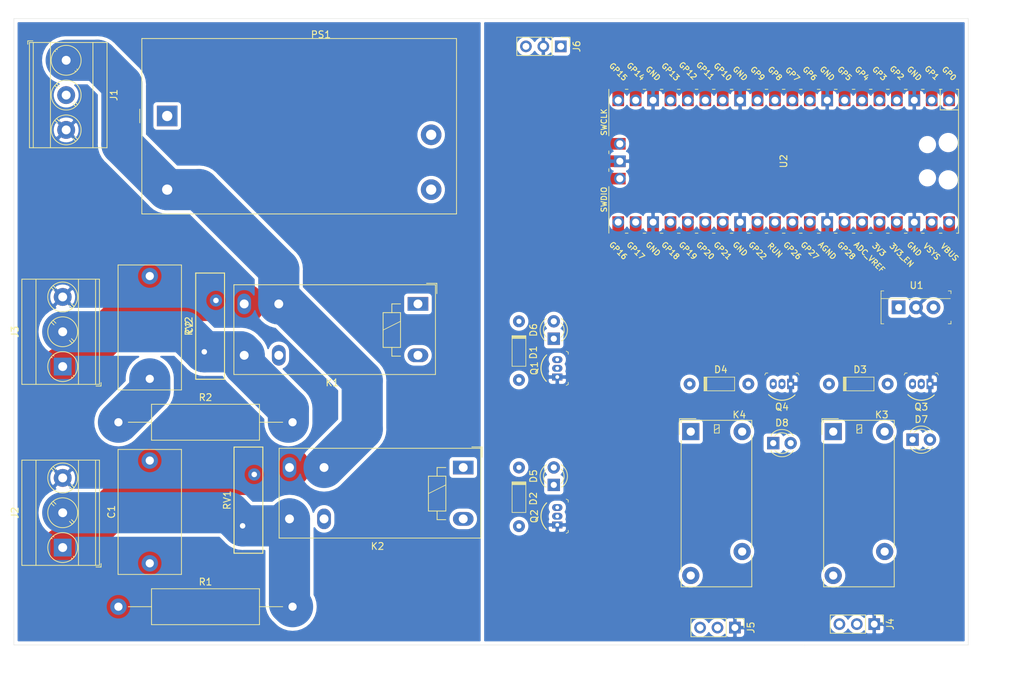
<source format=kicad_pcb>
(kicad_pcb (version 20171130) (host pcbnew "(5.1.10)-1")
  (layers (0 F.Cu signal) (31 B.Cu signal) (34 B.Paste user) (35 F.Paste user) (36 B.SilkS user) (37 F.SilkS user) (38 B.Mask user) (39 F.Mask user) (44 Edge.Cuts user))
  (net 0 "")
  (net 1 "Net-(D1-PadA)")
  (net 2 +12V)
  (net 3 "Net-(D2-PadA)")
  (net 4 "Net-(D3-PadA)")
  (net 5 "Net-(D4-PadA)")
  (net 6 "Net-(C2-Pad1)")
  (net 7 NEUTRAL)
  (net 8 "Net-(J3-Pad2)")
  (net 9 LIVE)
  (net 10 "Net-(C1-Pad1)")
  (net 11 "Net-(J2-Pad2)")
  (net 12 "Net-(J4-Pad2)")
  (net 13 "Net-(J5-Pad2)")
  (net 14 GND)
  (net 15 HEAT)
  (net 16 COOL)
  (net 17 FAN1)
  (net 18 FAN2)
  (net 19 +5V)
  (net 20 "Net-(C1-Pad2)")
  (net 21 "Net-(C2-Pad2)")
  (net 22 "Net-(D8-Pad1)")
  (net 23 "Net-(J6-Pad3)")
  (net 24 "Net-(J6-Pad1)")
  (net 25 Earth)
  (net 26 "Net-(J4-Pad3)")
  (net 27 "Net-(J5-Pad3)")
  (net 28 "Net-(U2-Pad21)")
  (net 29 "Net-(U2-Pad22)")
  (net 30 "Net-(U2-Pad25)")
  (net 31 "Net-(U2-Pad26)")
  (net 32 "Net-(U2-Pad27)")
  (net 33 "Net-(U2-Pad30)")
  (net 34 "Net-(U2-Pad31)")
  (net 35 "Net-(U2-Pad32)")
  (net 36 "Net-(U2-Pad34)")
  (net 37 "Net-(U2-Pad35)")
  (net 38 "Net-(U2-Pad36)")
  (net 39 "Net-(U2-Pad37)")
  (net 40 "Net-(U2-Pad40)")
  (net 41 "Net-(U2-Pad20)")
  (net 42 "Net-(U2-Pad19)")
  (net 43 "Net-(U2-Pad16)")
  (net 44 "Net-(U2-Pad15)")
  (net 45 "Net-(U2-Pad14)")
  (net 46 "Net-(U2-Pad11)")
  (net 47 "Net-(U2-Pad10)")
  (net 48 "Net-(U2-Pad9)")
  (net 49 "Net-(U2-Pad7)")
  (net 50 "Net-(U2-Pad6)")
  (net 51 "Net-(U2-Pad5)")
  (net 52 "Net-(U2-Pad4)")
  (net 53 "Net-(U2-Pad2)")
  (net 54 "Net-(U2-Pad1)")
  (module Relay_THT:Relay_DPST_Schrack-RT2-FormA_RM5mm (layer F.Cu) (at 109.728 148.336 180)
    (fp_text reference K1 (at 12.5 -11.5) (layer F.SilkS))
    (fp_text value RT44xxxx)
    (pad 14 thru_hole oval (at 25.34 0) (size 2 3) (drill 1.3) (layers *.Cu *.Mask) (net 6 "Net-(C2-Pad1)"))
    (pad 21 thru_hole oval (at 20.3 -7.5) (size 2 3) (drill 1.3) (layers *.Cu *.Mask) (net 7 NEUTRAL))
    (pad 24 thru_hole oval (at 25.34 -7.5) (size 2 3) (drill 1.3) (layers *.Cu *.Mask) (net 8 "Net-(J3-Pad2)"))
    (pad 11 thru_hole oval (at 20.3 0) (size 2 3) (drill 1.3) (layers *.Cu *.Mask) (net 9 LIVE))
    (pad A2 thru_hole oval (at 0 -7.5) (size 3 2) (drill 1.3) (layers *.Cu *.Mask) (net 1 "Net-(D1-PadA)"))
    (pad A1 thru_hole rect (at 0 0) (size 3 2) (drill 1.3) (layers *.Cu *.Mask) (net 2 +12V))
  )
  (module Varistor:RV_Disc_D15.5mm_W4.2mm_P7.5mm (layer F.Cu) (at 80.264 147.828 270)
    (fp_text reference RV2 (at 3.75 3.95 90) (layer F.SilkS))
    (fp_text value Varistor)
    (pad 2 thru_hole circle (at 7.5 1.7 270) (size 1.8 1.8) (drill 0.8) (layers *.Cu *.Mask) (net 8 "Net-(J3-Pad2)"))
    (pad 1 thru_hole circle (at 0 0 270) (size 1.8 1.8) (drill 0.8) (layers *.Cu *.Mask) (net 6 "Net-(C2-Pad1)"))
  )
  (module Varistor:RV_Disc_D15.5mm_W4.2mm_P7.5mm (layer F.Cu) (at 85.852 173.228 270)
    (fp_text reference RV1 (at 3.75 3.95 90) (layer F.SilkS))
    (fp_text value Varistor)
    (pad 2 thru_hole circle (at 7.5 1.7 270) (size 1.8 1.8) (drill 0.8) (layers *.Cu *.Mask) (net 11 "Net-(J2-Pad2)"))
    (pad 1 thru_hole circle (at 0 0 270) (size 1.8 1.8) (drill 0.8) (layers *.Cu *.Mask) (net 10 "Net-(C1-Pad1)"))
  )
  (module MCU_RaspberryPi_and_Boards:RPi_Pico_SMD_TH (layer F.Cu) (at 163.068 127.508 270)
    (fp_text reference U2 (at 0 0 90) (layer F.SilkS))
    (fp_text value Pico)
    (fp_text user SWDIO (at 5.6 26.2 90) (layer F.SilkS) (effects (font (size 0.8 0.8))))
    (fp_text user SWCLK (at -5.7 26.2 90) (layer F.SilkS) (effects (font (size 0.8 0.8))))
    (fp_text user AGND (at 13.054 -6.35 135) (layer F.SilkS) (effects (font (size 0.8 0.8))))
    (fp_text user GND (at 12.8 -19.05 135) (layer F.SilkS) (effects (font (size 0.8 0.8))))
    (fp_text user GND (at 12.8 6.35 135) (layer F.SilkS) (effects (font (size 0.8 0.8))))
    (fp_text user GND (at 12.8 19.05 135) (layer F.SilkS) (effects (font (size 0.8 0.8))))
    (fp_text user GND (at -12.8 19.05 135) (layer F.SilkS) (effects (font (size 0.8 0.8))))
    (fp_text user GND (at -12.8 6.35 135) (layer F.SilkS) (effects (font (size 0.8 0.8))))
    (fp_text user GND (at -12.8 -6.35 135) (layer F.SilkS) (effects (font (size 0.8 0.8))))
    (fp_text user GND (at -12.8 -19.05 135) (layer F.SilkS) (effects (font (size 0.8 0.8))))
    (fp_text user VBUS (at 13.3 -24.2 135) (layer F.SilkS) (effects (font (size 0.8 0.8))))
    (fp_text user VSYS (at 13.2 -21.59 135) (layer F.SilkS) (effects (font (size 0.8 0.8))))
    (fp_text user 3V3_EN (at 13.7 -17.2 135) (layer F.SilkS) (effects (font (size 0.8 0.8))))
    (fp_text user 3V3 (at 12.9 -13.9 135) (layer F.SilkS) (effects (font (size 0.8 0.8))))
    (fp_text user ADC_VREF (at 14 -12.5 135) (layer F.SilkS) (effects (font (size 0.8 0.8))))
    (fp_text user GP28 (at 13.054 -9.144 135) (layer F.SilkS) (effects (font (size 0.8 0.8))))
    (fp_text user GP27 (at 13.054 -3.8 135) (layer F.SilkS) (effects (font (size 0.8 0.8))))
    (fp_text user GP26 (at 13.054 -1.27 135) (layer F.SilkS) (effects (font (size 0.8 0.8))))
    (fp_text user RUN (at 13 1.27 135) (layer F.SilkS) (effects (font (size 0.8 0.8))))
    (fp_text user GP22 (at 13.054 3.81 135) (layer F.SilkS) (effects (font (size 0.8 0.8))))
    (fp_text user GP21 (at 13.054 8.9 135) (layer F.SilkS) (effects (font (size 0.8 0.8))))
    (fp_text user GP20 (at 13.054 11.43 135) (layer F.SilkS) (effects (font (size 0.8 0.8))))
    (fp_text user GP19 (at 13.054 13.97 135) (layer F.SilkS) (effects (font (size 0.8 0.8))))
    (fp_text user GP18 (at 13.054 16.51 135) (layer F.SilkS) (effects (font (size 0.8 0.8))))
    (fp_text user GP17 (at 13.054 21.59 135) (layer F.SilkS) (effects (font (size 0.8 0.8))))
    (fp_text user GP16 (at 13.054 24.13 135) (layer F.SilkS) (effects (font (size 0.8 0.8))))
    (fp_text user GP15 (at -13.054 24.13 135) (layer F.SilkS) (effects (font (size 0.8 0.8))))
    (fp_text user GP14 (at -13.1 21.59 135) (layer F.SilkS) (effects (font (size 0.8 0.8))))
    (fp_text user GP13 (at -13.054 16.51 135) (layer F.SilkS) (effects (font (size 0.8 0.8))))
    (fp_text user GP12 (at -13.2 13.97 135) (layer F.SilkS) (effects (font (size 0.8 0.8))))
    (fp_text user GP11 (at -13.2 11.43 135) (layer F.SilkS) (effects (font (size 0.8 0.8))))
    (fp_text user GP10 (at -13.054 8.89 135) (layer F.SilkS) (effects (font (size 0.8 0.8))))
    (fp_text user GP9 (at -12.8 3.81 135) (layer F.SilkS) (effects (font (size 0.8 0.8))))
    (fp_text user GP8 (at -12.8 1.27 135) (layer F.SilkS) (effects (font (size 0.8 0.8))))
    (fp_text user GP7 (at -12.7 -1.3 135) (layer F.SilkS) (effects (font (size 0.8 0.8))))
    (fp_text user GP6 (at -12.8 -3.81 135) (layer F.SilkS) (effects (font (size 0.8 0.8))))
    (fp_text user GP5 (at -12.8 -8.89 135) (layer F.SilkS) (effects (font (size 0.8 0.8))))
    (fp_text user GP4 (at -12.8 -11.43 135) (layer F.SilkS) (effects (font (size 0.8 0.8))))
    (fp_text user GP3 (at -12.8 -13.97 135) (layer F.SilkS) (effects (font (size 0.8 0.8))))
    (fp_text user GP0 (at -12.8 -24.13 135) (layer F.SilkS) (effects (font (size 0.8 0.8))))
    (fp_text user GP2 (at -12.9 -16.51 135) (layer F.SilkS) (effects (font (size 0.8 0.8))))
    (fp_text user GP1 (at -12.9 -21.6 135) (layer F.SilkS) (effects (font (size 0.8 0.8))))
    (pad 43 thru_hole oval (at 2.54 23.9 270) (size 1.7 1.7) (drill 1.02) (layers *.Cu *.Mask) (net 24 "Net-(J6-Pad1)"))
    (pad 43 smd rect (at 2.54 23.9) (size 3.5 1.7) (drill (offset -0.9 0)) (layers F.Cu F.Mask) (net 24 "Net-(J6-Pad1)"))
    (pad 42 thru_hole rect (at 0 23.9 270) (size 1.7 1.7) (drill 1.02) (layers *.Cu *.Mask) (net 14 GND))
    (pad 42 smd rect (at 0 23.9) (size 3.5 1.7) (drill (offset -0.9 0)) (layers F.Cu F.Mask) (net 14 GND))
    (pad 41 thru_hole oval (at -2.54 23.9 270) (size 1.7 1.7) (drill 1.02) (layers *.Cu *.Mask) (net 23 "Net-(J6-Pad3)"))
    (pad 41 smd rect (at -2.54 23.9) (size 3.5 1.7) (drill (offset -0.9 0)) (layers F.Cu F.Mask) (net 23 "Net-(J6-Pad3)"))
    (pad "" np_thru_hole oval (at 2.425 -20.97 270) (size 1.5 1.5) (drill 1.5) (layers *.Cu *.Mask))
    (pad "" np_thru_hole oval (at -2.425 -20.97 270) (size 1.5 1.5) (drill 1.5) (layers *.Cu *.Mask))
    (pad "" np_thru_hole oval (at 2.725 -24 270) (size 1.8 1.8) (drill 1.8) (layers *.Cu *.Mask))
    (pad "" np_thru_hole oval (at -2.725 -24 270) (size 1.8 1.8) (drill 1.8) (layers *.Cu *.Mask))
    (pad 21 smd rect (at 8.89 24.13 270) (size 3.5 1.7) (drill (offset 0.9 0)) (layers F.Cu F.Mask) (net 28 "Net-(U2-Pad21)"))
    (pad 22 smd rect (at 8.89 21.59 270) (size 3.5 1.7) (drill (offset 0.9 0)) (layers F.Cu F.Mask) (net 29 "Net-(U2-Pad22)"))
    (pad 23 smd rect (at 8.89 19.05 270) (size 3.5 1.7) (drill (offset 0.9 0)) (layers F.Cu F.Mask) (net 14 GND))
    (pad 24 smd rect (at 8.89 16.51 270) (size 3.5 1.7) (drill (offset 0.9 0)) (layers F.Cu F.Mask) (net 16 COOL))
    (pad 25 smd rect (at 8.89 13.97 270) (size 3.5 1.7) (drill (offset 0.9 0)) (layers F.Cu F.Mask) (net 30 "Net-(U2-Pad25)"))
    (pad 26 smd rect (at 8.89 11.43 270) (size 3.5 1.7) (drill (offset 0.9 0)) (layers F.Cu F.Mask) (net 31 "Net-(U2-Pad26)"))
    (pad 27 smd rect (at 8.89 8.89 270) (size 3.5 1.7) (drill (offset 0.9 0)) (layers F.Cu F.Mask) (net 32 "Net-(U2-Pad27)"))
    (pad 28 smd rect (at 8.89 6.35 270) (size 3.5 1.7) (drill (offset 0.9 0)) (layers F.Cu F.Mask) (net 14 GND))
    (pad 29 smd rect (at 8.89 3.81 270) (size 3.5 1.7) (drill (offset 0.9 0)) (layers F.Cu F.Mask) (net 15 HEAT))
    (pad 30 smd rect (at 8.89 1.27 270) (size 3.5 1.7) (drill (offset 0.9 0)) (layers F.Cu F.Mask) (net 33 "Net-(U2-Pad30)"))
    (pad 31 smd rect (at 8.89 -1.27 270) (size 3.5 1.7) (drill (offset 0.9 0)) (layers F.Cu F.Mask) (net 34 "Net-(U2-Pad31)"))
    (pad 32 smd rect (at 8.89 -3.81 270) (size 3.5 1.7) (drill (offset 0.9 0)) (layers F.Cu F.Mask) (net 35 "Net-(U2-Pad32)"))
    (pad 33 smd rect (at 8.89 -6.35 270) (size 3.5 1.7) (drill (offset 0.9 0)) (layers F.Cu F.Mask) (net 14 GND))
    (pad 34 smd rect (at 8.89 -8.89 270) (size 3.5 1.7) (drill (offset 0.9 0)) (layers F.Cu F.Mask) (net 36 "Net-(U2-Pad34)"))
    (pad 35 smd rect (at 8.89 -11.43 270) (size 3.5 1.7) (drill (offset 0.9 0)) (layers F.Cu F.Mask) (net 37 "Net-(U2-Pad35)"))
    (pad 36 smd rect (at 8.89 -13.97 270) (size 3.5 1.7) (drill (offset 0.9 0)) (layers F.Cu F.Mask) (net 38 "Net-(U2-Pad36)"))
    (pad 37 smd rect (at 8.89 -16.51 270) (size 3.5 1.7) (drill (offset 0.9 0)) (layers F.Cu F.Mask) (net 39 "Net-(U2-Pad37)"))
    (pad 38 smd rect (at 8.89 -19.05 270) (size 3.5 1.7) (drill (offset 0.9 0)) (layers F.Cu F.Mask) (net 14 GND))
    (pad 39 smd rect (at 8.89 -21.59 270) (size 3.5 1.7) (drill (offset 0.9 0)) (layers F.Cu F.Mask) (net 19 +5V))
    (pad 40 smd rect (at 8.89 -24.13 270) (size 3.5 1.7) (drill (offset 0.9 0)) (layers F.Cu F.Mask) (net 40 "Net-(U2-Pad40)"))
    (pad 20 smd rect (at -8.89 24.13 270) (size 3.5 1.7) (drill (offset -0.9 0)) (layers F.Cu F.Mask) (net 41 "Net-(U2-Pad20)"))
    (pad 19 smd rect (at -8.89 21.59 270) (size 3.5 1.7) (drill (offset -0.9 0)) (layers F.Cu F.Mask) (net 42 "Net-(U2-Pad19)"))
    (pad 18 smd rect (at -8.89 19.05 270) (size 3.5 1.7) (drill (offset -0.9 0)) (layers F.Cu F.Mask) (net 14 GND))
    (pad 17 smd rect (at -8.89 16.51 270) (size 3.5 1.7) (drill (offset -0.9 0)) (layers F.Cu F.Mask) (net 17 FAN1))
    (pad 16 smd rect (at -8.89 13.97 270) (size 3.5 1.7) (drill (offset -0.9 0)) (layers F.Cu F.Mask) (net 43 "Net-(U2-Pad16)"))
    (pad 15 smd rect (at -8.89 11.43 270) (size 3.5 1.7) (drill (offset -0.9 0)) (layers F.Cu F.Mask) (net 44 "Net-(U2-Pad15)"))
    (pad 14 smd rect (at -8.89 8.89 270) (size 3.5 1.7) (drill (offset -0.9 0)) (layers F.Cu F.Mask) (net 45 "Net-(U2-Pad14)"))
    (pad 13 smd rect (at -8.89 6.35 270) (size 3.5 1.7) (drill (offset -0.9 0)) (layers F.Cu F.Mask) (net 14 GND))
    (pad 12 smd rect (at -8.89 3.81 270) (size 3.5 1.7) (drill (offset -0.9 0)) (layers F.Cu F.Mask) (net 18 FAN2))
    (pad 11 smd rect (at -8.89 1.27 270) (size 3.5 1.7) (drill (offset -0.9 0)) (layers F.Cu F.Mask) (net 46 "Net-(U2-Pad11)"))
    (pad 10 smd rect (at -8.89 -1.27 270) (size 3.5 1.7) (drill (offset -0.9 0)) (layers F.Cu F.Mask) (net 47 "Net-(U2-Pad10)"))
    (pad 9 smd rect (at -8.89 -3.81 270) (size 3.5 1.7) (drill (offset -0.9 0)) (layers F.Cu F.Mask) (net 48 "Net-(U2-Pad9)"))
    (pad 8 smd rect (at -8.89 -6.35 270) (size 3.5 1.7) (drill (offset -0.9 0)) (layers F.Cu F.Mask) (net 14 GND))
    (pad 7 smd rect (at -8.89 -8.89 270) (size 3.5 1.7) (drill (offset -0.9 0)) (layers F.Cu F.Mask) (net 49 "Net-(U2-Pad7)"))
    (pad 6 smd rect (at -8.89 -11.43 270) (size 3.5 1.7) (drill (offset -0.9 0)) (layers F.Cu F.Mask) (net 50 "Net-(U2-Pad6)"))
    (pad 5 smd rect (at -8.89 -13.97 270) (size 3.5 1.7) (drill (offset -0.9 0)) (layers F.Cu F.Mask) (net 51 "Net-(U2-Pad5)"))
    (pad 4 smd rect (at -8.89 -16.51 270) (size 3.5 1.7) (drill (offset -0.9 0)) (layers F.Cu F.Mask) (net 52 "Net-(U2-Pad4)"))
    (pad 3 smd rect (at -8.89 -19.05 270) (size 3.5 1.7) (drill (offset -0.9 0)) (layers F.Cu F.Mask) (net 14 GND))
    (pad 2 smd rect (at -8.89 -21.59 270) (size 3.5 1.7) (drill (offset -0.9 0)) (layers F.Cu F.Mask) (net 53 "Net-(U2-Pad2)"))
    (pad 1 smd rect (at -8.89 -24.13 270) (size 3.5 1.7) (drill (offset -0.9 0)) (layers F.Cu F.Mask) (net 54 "Net-(U2-Pad1)"))
    (pad 40 thru_hole oval (at 8.89 -24.13 270) (size 1.7 1.7) (drill 1.02) (layers *.Cu *.Mask) (net 40 "Net-(U2-Pad40)"))
    (pad 39 thru_hole oval (at 8.89 -21.59 270) (size 1.7 1.7) (drill 1.02) (layers *.Cu *.Mask) (net 19 +5V))
    (pad 38 thru_hole rect (at 8.89 -19.05 270) (size 1.7 1.7) (drill 1.02) (layers *.Cu *.Mask) (net 14 GND))
    (pad 37 thru_hole oval (at 8.89 -16.51 270) (size 1.7 1.7) (drill 1.02) (layers *.Cu *.Mask) (net 39 "Net-(U2-Pad37)"))
    (pad 36 thru_hole oval (at 8.89 -13.97 270) (size 1.7 1.7) (drill 1.02) (layers *.Cu *.Mask) (net 38 "Net-(U2-Pad36)"))
    (pad 35 thru_hole oval (at 8.89 -11.43 270) (size 1.7 1.7) (drill 1.02) (layers *.Cu *.Mask) (net 37 "Net-(U2-Pad35)"))
    (pad 34 thru_hole oval (at 8.89 -8.89 270) (size 1.7 1.7) (drill 1.02) (layers *.Cu *.Mask) (net 36 "Net-(U2-Pad34)"))
    (pad 33 thru_hole rect (at 8.89 -6.35 270) (size 1.7 1.7) (drill 1.02) (layers *.Cu *.Mask) (net 14 GND))
    (pad 32 thru_hole oval (at 8.89 -3.81 270) (size 1.7 1.7) (drill 1.02) (layers *.Cu *.Mask) (net 35 "Net-(U2-Pad32)"))
    (pad 31 thru_hole oval (at 8.89 -1.27 270) (size 1.7 1.7) (drill 1.02) (layers *.Cu *.Mask) (net 34 "Net-(U2-Pad31)"))
    (pad 30 thru_hole oval (at 8.89 1.27 270) (size 1.7 1.7) (drill 1.02) (layers *.Cu *.Mask) (net 33 "Net-(U2-Pad30)"))
    (pad 29 thru_hole oval (at 8.89 3.81 270) (size 1.7 1.7) (drill 1.02) (layers *.Cu *.Mask) (net 15 HEAT))
    (pad 28 thru_hole rect (at 8.89 6.35 270) (size 1.7 1.7) (drill 1.02) (layers *.Cu *.Mask) (net 14 GND))
    (pad 27 thru_hole oval (at 8.89 8.89 270) (size 1.7 1.7) (drill 1.02) (layers *.Cu *.Mask) (net 32 "Net-(U2-Pad27)"))
    (pad 26 thru_hole oval (at 8.89 11.43 270) (size 1.7 1.7) (drill 1.02) (layers *.Cu *.Mask) (net 31 "Net-(U2-Pad26)"))
    (pad 25 thru_hole oval (at 8.89 13.97 270) (size 1.7 1.7) (drill 1.02) (layers *.Cu *.Mask) (net 30 "Net-(U2-Pad25)"))
    (pad 24 thru_hole oval (at 8.89 16.51 270) (size 1.7 1.7) (drill 1.02) (layers *.Cu *.Mask) (net 16 COOL))
    (pad 23 thru_hole rect (at 8.89 19.05 270) (size 1.7 1.7) (drill 1.02) (layers *.Cu *.Mask) (net 14 GND))
    (pad 22 thru_hole oval (at 8.89 21.59 270) (size 1.7 1.7) (drill 1.02) (layers *.Cu *.Mask) (net 29 "Net-(U2-Pad22)"))
    (pad 21 thru_hole oval (at 8.89 24.13 270) (size 1.7 1.7) (drill 1.02) (layers *.Cu *.Mask) (net 28 "Net-(U2-Pad21)"))
    (pad 20 thru_hole oval (at -8.89 24.13 270) (size 1.7 1.7) (drill 1.02) (layers *.Cu *.Mask) (net 41 "Net-(U2-Pad20)"))
    (pad 19 thru_hole oval (at -8.89 21.59 270) (size 1.7 1.7) (drill 1.02) (layers *.Cu *.Mask) (net 42 "Net-(U2-Pad19)"))
    (pad 18 thru_hole rect (at -8.89 19.05 270) (size 1.7 1.7) (drill 1.02) (layers *.Cu *.Mask) (net 14 GND))
    (pad 17 thru_hole oval (at -8.89 16.51 270) (size 1.7 1.7) (drill 1.02) (layers *.Cu *.Mask) (net 17 FAN1))
    (pad 16 thru_hole oval (at -8.89 13.97 270) (size 1.7 1.7) (drill 1.02) (layers *.Cu *.Mask) (net 43 "Net-(U2-Pad16)"))
    (pad 15 thru_hole oval (at -8.89 11.43 270) (size 1.7 1.7) (drill 1.02) (layers *.Cu *.Mask) (net 44 "Net-(U2-Pad15)"))
    (pad 14 thru_hole oval (at -8.89 8.89 270) (size 1.7 1.7) (drill 1.02) (layers *.Cu *.Mask) (net 45 "Net-(U2-Pad14)"))
    (pad 13 thru_hole rect (at -8.89 6.35 270) (size 1.7 1.7) (drill 1.02) (layers *.Cu *.Mask) (net 14 GND))
    (pad 12 thru_hole oval (at -8.89 3.81 270) (size 1.7 1.7) (drill 1.02) (layers *.Cu *.Mask) (net 18 FAN2))
    (pad 11 thru_hole oval (at -8.89 1.27 270) (size 1.7 1.7) (drill 1.02) (layers *.Cu *.Mask) (net 46 "Net-(U2-Pad11)"))
    (pad 10 thru_hole oval (at -8.89 -1.27 270) (size 1.7 1.7) (drill 1.02) (layers *.Cu *.Mask) (net 47 "Net-(U2-Pad10)"))
    (pad 9 thru_hole oval (at -8.89 -3.81 270) (size 1.7 1.7) (drill 1.02) (layers *.Cu *.Mask) (net 48 "Net-(U2-Pad9)"))
    (pad 8 thru_hole rect (at -8.89 -6.35 270) (size 1.7 1.7) (drill 1.02) (layers *.Cu *.Mask) (net 14 GND))
    (pad 7 thru_hole oval (at -8.89 -8.89 270) (size 1.7 1.7) (drill 1.02) (layers *.Cu *.Mask) (net 49 "Net-(U2-Pad7)"))
    (pad 6 thru_hole oval (at -8.89 -11.43 270) (size 1.7 1.7) (drill 1.02) (layers *.Cu *.Mask) (net 50 "Net-(U2-Pad6)"))
    (pad 5 thru_hole oval (at -8.89 -13.97 270) (size 1.7 1.7) (drill 1.02) (layers *.Cu *.Mask) (net 51 "Net-(U2-Pad5)"))
    (pad 4 thru_hole oval (at -8.89 -16.51 270) (size 1.7 1.7) (drill 1.02) (layers *.Cu *.Mask) (net 52 "Net-(U2-Pad4)"))
    (pad 3 thru_hole rect (at -8.89 -19.05 270) (size 1.7 1.7) (drill 1.02) (layers *.Cu *.Mask) (net 14 GND))
    (pad 2 thru_hole oval (at -8.89 -21.59 270) (size 1.7 1.7) (drill 1.02) (layers *.Cu *.Mask) (net 53 "Net-(U2-Pad2)"))
    (pad 1 thru_hole oval (at -8.89 -24.13 270) (size 1.7 1.7) (drill 1.02) (layers *.Cu *.Mask) (net 54 "Net-(U2-Pad1)"))
  )
  (module Connector_PinHeader_2.54mm:PinHeader_1x03_P2.54mm_Vertical (layer F.Cu) (at 155.956 195.58 270)
    (fp_text reference J5 (at 0 -2.33 90) (layer F.SilkS))
    (fp_text value Conn_01x03_Male)
    (pad 3 thru_hole oval (at 0 5.08 270) (size 1.7 1.7) (drill 1) (layers *.Cu *.Mask) (net 27 "Net-(J5-Pad3)"))
    (pad 2 thru_hole oval (at 0 2.54 270) (size 1.7 1.7) (drill 1) (layers *.Cu *.Mask) (net 13 "Net-(J5-Pad2)"))
    (pad 1 thru_hole rect (at 0 0 270) (size 1.7 1.7) (drill 1) (layers *.Cu *.Mask) (net 14 GND))
  )
  (module Connector_PinHeader_2.54mm:PinHeader_1x03_P2.54mm_Vertical (layer F.Cu) (at 176.276 195.072 270)
    (fp_text reference J4 (at 0 -2.33 90) (layer F.SilkS))
    (fp_text value Conn_01x03_Male)
    (pad 3 thru_hole oval (at 0 5.08 270) (size 1.7 1.7) (drill 1) (layers *.Cu *.Mask) (net 26 "Net-(J4-Pad3)"))
    (pad 2 thru_hole oval (at 0 2.54 270) (size 1.7 1.7) (drill 1) (layers *.Cu *.Mask) (net 12 "Net-(J4-Pad2)"))
    (pad 1 thru_hole rect (at 0 0 270) (size 1.7 1.7) (drill 1) (layers *.Cu *.Mask) (net 14 GND))
  )
  (module TerminalBlock_Phoenix:TerminalBlock_Phoenix_MKDS-3-3-5.08_1x03_P5.08mm_Horizontal (layer F.Cu) (at 57.912 157.48 90)
    (fp_text reference J3 (at 5.08 -6.96 90) (layer F.SilkS))
    (fp_text value Conn_01x03_Male)
    (pad 3 thru_hole circle (at 10.16 0 90) (size 2.6 2.6) (drill 1.3) (layers *.Cu *.Mask) (net 25 Earth))
    (pad 2 thru_hole circle (at 5.08 0 90) (size 2.6 2.6) (drill 1.3) (layers *.Cu *.Mask) (net 8 "Net-(J3-Pad2)"))
    (pad 1 thru_hole rect (at 0 0 90) (size 2.6 2.6) (drill 1.3) (layers *.Cu *.Mask) (net 6 "Net-(C2-Pad1)"))
  )
  (module TerminalBlock_Phoenix:TerminalBlock_Phoenix_MKDS-3-3-5.08_1x03_P5.08mm_Horizontal (layer F.Cu) (at 57.912 183.896 90)
    (fp_text reference J2 (at 5.08 -6.96 90) (layer F.SilkS))
    (fp_text value Conn_01x03_Male)
    (pad 3 thru_hole circle (at 10.16 0 90) (size 2.6 2.6) (drill 1.3) (layers *.Cu *.Mask) (net 25 Earth))
    (pad 2 thru_hole circle (at 5.08 0 90) (size 2.6 2.6) (drill 1.3) (layers *.Cu *.Mask) (net 11 "Net-(J2-Pad2)"))
    (pad 1 thru_hole rect (at 0 0 90) (size 2.6 2.6) (drill 1.3) (layers *.Cu *.Mask) (net 10 "Net-(C1-Pad1)"))
  )
  (module TerminalBlock_Phoenix:TerminalBlock_Phoenix_MKDS-3-3-5.08_1x03_P5.08mm_Horizontal (layer F.Cu) (at 58.42 112.776 270)
    (fp_text reference J1 (at 5.08 -6.96 90) (layer F.SilkS))
    (fp_text value Conn_01x03_Male)
    (pad 3 thru_hole circle (at 10.16 0 270) (size 2.6 2.6) (drill 1.3) (layers *.Cu *.Mask) (net 25 Earth))
    (pad 2 thru_hole circle (at 5.08 0 270) (size 2.6 2.6) (drill 1.3) (layers *.Cu *.Mask) (net 7 NEUTRAL))
    (pad 1 thru_hole rect (at 0 0 270) (size 2.6 2.6) (drill 1.3) (layers *.Cu *.Mask) (net 9 LIVE))
  )
  (module Resistor_THT:R_Axial_DIN0516_L15.5mm_D5.0mm_P25.40mm_Horizontal (layer F.Cu) (at 66.04 165.608)
    (fp_text reference R2 (at 12.7 -3.62) (layer F.SilkS))
    (fp_text value R)
    (pad 2 thru_hole oval (at 25.4 0) (size 2.4 2.4) (drill 1.2) (layers *.Cu *.Mask) (net 8 "Net-(J3-Pad2)"))
    (pad 1 thru_hole circle (at 0 0) (size 2.4 2.4) (drill 1.2) (layers *.Cu *.Mask) (net 21 "Net-(C2-Pad2)"))
  )
  (module Resistor_THT:R_Axial_DIN0516_L15.5mm_D5.0mm_P25.40mm_Horizontal (layer F.Cu) (at 66.04 192.532)
    (fp_text reference R1 (at 12.7 -3.62) (layer F.SilkS))
    (fp_text value R)
    (pad 2 thru_hole oval (at 25.4 0) (size 2.4 2.4) (drill 1.2) (layers *.Cu *.Mask) (net 11 "Net-(J2-Pad2)"))
    (pad 1 thru_hole circle (at 0 0) (size 2.4 2.4) (drill 1.2) (layers *.Cu *.Mask) (net 20 "Net-(C1-Pad2)"))
  )
  (module Connector_PinHeader_2.54mm:PinHeader_1x03_P2.54mm_Vertical (layer F.Cu) (at 130.556 110.744 270)
    (fp_text reference J6 (at 0 -2.33 90) (layer F.SilkS))
    (fp_text value Conn_01x03_Male)
    (pad 3 thru_hole oval (at 0 5.08 270) (size 1.7 1.7) (drill 1) (layers *.Cu *.Mask) (net 23 "Net-(J6-Pad3)"))
    (pad 2 thru_hole oval (at 0 2.54 270) (size 1.7 1.7) (drill 1) (layers *.Cu *.Mask) (net 14 GND))
    (pad 1 thru_hole rect (at 0 0 270) (size 1.7 1.7) (drill 1) (layers *.Cu *.Mask) (net 24 "Net-(J6-Pad1)"))
  )
  (module LED_THT:LED_D3.0mm (layer F.Cu) (at 161.544 168.656)
    (fp_text reference D8 (at 1.27 -2.96) (layer F.SilkS))
    (fp_text value LED)
    (pad 2 thru_hole circle (at 2.54 0) (size 1.8 1.8) (drill 0.9) (layers *.Cu *.Mask) (net 2 +12V))
    (pad 1 thru_hole rect (at 0 0) (size 1.8 1.8) (drill 0.9) (layers *.Cu *.Mask) (net 22 "Net-(D8-Pad1)"))
  )
  (module LED_THT:LED_D3.0mm (layer F.Cu) (at 181.864 168.148)
    (fp_text reference D7 (at 1.27 -2.96) (layer F.SilkS))
    (fp_text value LED)
    (pad 2 thru_hole circle (at 2.54 0) (size 1.8 1.8) (drill 0.9) (layers *.Cu *.Mask) (net 2 +12V))
    (pad 1 thru_hole rect (at 0 0) (size 1.8 1.8) (drill 0.9) (layers *.Cu *.Mask) (net 4 "Net-(D3-PadA)"))
  )
  (module LED_THT:LED_D3.0mm (layer F.Cu) (at 129.54 153.416 90)
    (fp_text reference D6 (at 1.27 -2.96 90) (layer F.SilkS))
    (fp_text value LED)
    (pad 2 thru_hole circle (at 2.54 0 90) (size 1.8 1.8) (drill 0.9) (layers *.Cu *.Mask) (net 2 +12V))
    (pad 1 thru_hole rect (at 0 0 90) (size 1.8 1.8) (drill 0.9) (layers *.Cu *.Mask) (net 1 "Net-(D1-PadA)"))
  )
  (module LED_THT:LED_D3.0mm (layer F.Cu) (at 129.54 174.752 90)
    (fp_text reference D5 (at 1.27 -2.96 90) (layer F.SilkS))
    (fp_text value LED)
    (pad 2 thru_hole circle (at 2.54 0 90) (size 1.8 1.8) (drill 0.9) (layers *.Cu *.Mask) (net 2 +12V))
    (pad 1 thru_hole rect (at 0 0 90) (size 1.8 1.8) (drill 0.9) (layers *.Cu *.Mask) (net 3 "Net-(D2-PadA)"))
  )
  (module Capacitor_THT:C_Rect_L18.0mm_W9.0mm_P15.00mm_FKS3_FKP3 (layer F.Cu) (at 70.612 144.272 270)
    (fp_text reference C2 (at 7.5 -5.75 90) (layer F.SilkS))
    (fp_text value C)
    (pad 2 thru_hole circle (at 15 0 270) (size 2.4 2.4) (drill 1.2) (layers *.Cu *.Mask) (net 21 "Net-(C2-Pad2)"))
    (pad 1 thru_hole circle (at 0 0 270) (size 2.4 2.4) (drill 1.2) (layers *.Cu *.Mask) (net 6 "Net-(C2-Pad1)"))
  )
  (module Capacitor_THT:C_Rect_L18.0mm_W9.0mm_P15.00mm_FKS3_FKP3 (layer F.Cu) (at 70.612 171.196 270)
    (fp_text reference C1 (at 7.5 5.588 90) (layer F.SilkS))
    (fp_text value C)
    (pad 2 thru_hole circle (at 15 0 270) (size 2.4 2.4) (drill 1.2) (layers *.Cu *.Mask) (net 20 "Net-(C1-Pad2)"))
    (pad 1 thru_hole circle (at 0 0 270) (size 2.4 2.4) (drill 1.2) (layers *.Cu *.Mask) (net 10 "Net-(C1-Pad1)"))
  )
  (module digikey-footprints:TO-220-3 (layer F.Cu) (at 179.832 148.844)
    (fp_text reference U1 (at 2.62 -3.22) (layer F.SilkS))
    (fp_text value MC7805CTG)
    (pad 3 thru_hole circle (at 5.08 0) (size 2 2) (drill 1) (layers *.Cu *.Mask) (net 19 +5V))
    (pad 2 thru_hole circle (at 2.54 0) (size 2 2) (drill 1) (layers *.Cu *.Mask) (net 14 GND))
    (pad 1 thru_hole rect (at 0 0) (size 2 2) (drill 1) (layers *.Cu *.Mask) (net 2 +12V))
  )
  (module digikey-footprints:TO-92-3 (layer F.Cu) (at 164.084 160.02 180)
    (fp_text reference Q4 (at 1.27 -3.35) (layer F.SilkS))
    (fp_text value 2N3904)
    (pad 1 thru_hole rect (at 0 0) (size 1 1.5) (drill 0.55) (layers *.Cu *.Mask) (net 14 GND))
    (pad 3 thru_hole oval (at 2.54 0) (size 1 1.5) (drill 0.55) (layers *.Cu *.Mask) (net 18 FAN2))
    (pad 2 thru_hole oval (at 1.27 0) (size 1 1.5) (drill 0.55) (layers *.Cu *.Mask) (net 5 "Net-(D4-PadA)"))
  )
  (module digikey-footprints:TO-92-3 (layer F.Cu) (at 184.404 160.02 180)
    (fp_text reference Q3 (at 1.27 -3.35) (layer F.SilkS))
    (fp_text value 2N3904)
    (pad 1 thru_hole rect (at 0 0) (size 1 1.5) (drill 0.55) (layers *.Cu *.Mask) (net 14 GND))
    (pad 3 thru_hole oval (at 2.54 0) (size 1 1.5) (drill 0.55) (layers *.Cu *.Mask) (net 17 FAN1))
    (pad 2 thru_hole oval (at 1.27 0) (size 1 1.5) (drill 0.55) (layers *.Cu *.Mask) (net 4 "Net-(D3-PadA)"))
  )
  (module digikey-footprints:TO-92-3 (layer F.Cu) (at 130.048 180.594 90)
    (fp_text reference Q2 (at 1.27 -3.35 90) (layer F.SilkS))
    (fp_text value 2N3904)
    (pad 1 thru_hole rect (at 0 0 270) (size 1 1.5) (drill 0.55) (layers *.Cu *.Mask) (net 14 GND))
    (pad 3 thru_hole oval (at 2.54 0 270) (size 1 1.5) (drill 0.55) (layers *.Cu *.Mask) (net 16 COOL))
    (pad 2 thru_hole oval (at 1.27 0 270) (size 1 1.5) (drill 0.55) (layers *.Cu *.Mask) (net 3 "Net-(D2-PadA)"))
  )
  (module digikey-footprints:TO-92-3 (layer F.Cu) (at 130.048 159.004 90)
    (fp_text reference Q1 (at 1.27 -3.35 90) (layer F.SilkS))
    (fp_text value 2N3904)
    (pad 1 thru_hole rect (at 0 0 270) (size 1 1.5) (drill 0.55) (layers *.Cu *.Mask) (net 14 GND))
    (pad 3 thru_hole oval (at 2.54 0 270) (size 1 1.5) (drill 0.55) (layers *.Cu *.Mask) (net 15 HEAT))
    (pad 2 thru_hole oval (at 1.27 0 270) (size 1 1.5) (drill 0.55) (layers *.Cu *.Mask) (net 1 "Net-(D1-PadA)"))
  )
  (module Converter_ACDC:Converter_ACDC_MeanWell_IRM-10-xx_THT (layer F.Cu) (at 73.152 120.904)
    (fp_text reference PS1 (at 22.42 -11.88) (layer F.SilkS))
    (fp_text value IRM-10-12)
    (pad 1 thru_hole rect (at 0 0) (size 3 3) (drill 1.5) (layers *.Cu *.Mask) (net 7 NEUTRAL))
    (pad 4 thru_hole circle (at 38.5 2.75) (size 3 3) (drill 1.5) (layers *.Cu *.Mask) (net 2 +12V))
    (pad 2 thru_hole circle (at 0 10.75) (size 3 3) (drill 1.5) (layers *.Cu *.Mask) (net 9 LIVE))
    (pad 3 thru_hole circle (at 38.5 10.75) (size 3 3) (drill 1.5) (layers *.Cu *.Mask) (net 14 GND))
  )
  (module Relay_THT:Relay_1P1T_NO_10x24x18.8mm_Panasonic_ADW11xxxxW_THT (layer F.Cu) (at 149.516001 166.978001)
    (fp_text reference K4 (at 7.08 -2.46 180) (layer F.SilkS))
    (fp_text value ADW11)
    (pad 6 thru_hole oval (at 7.5 0) (size 2.5 2.5) (drill 1.2) (layers *.Cu *.Mask) (net 5 "Net-(D4-PadA)"))
    (pad 5 thru_hole oval (at 7.5 17.5) (size 2.5 2.5) (drill 1.2) (layers *.Cu *.Mask) (net 2 +12V))
    (pad 3 thru_hole oval (at 0 21) (size 2.5 2.5) (drill 1.2) (layers *.Cu *.Mask) (net 13 "Net-(J5-Pad2)"))
    (pad 1 thru_hole rect (at 0 0) (size 2.5 2.5) (drill 1.2) (layers *.Cu *.Mask) (net 2 +12V))
  )
  (module Relay_THT:Relay_1P1T_NO_10x24x18.8mm_Panasonic_ADW11xxxxW_THT (layer F.Cu) (at 170.298001 166.978001)
    (fp_text reference K3 (at 7.08 -2.46 180) (layer F.SilkS))
    (fp_text value ADW11)
    (pad 6 thru_hole oval (at 7.5 0) (size 2.5 2.5) (drill 1.2) (layers *.Cu *.Mask) (net 4 "Net-(D3-PadA)"))
    (pad 5 thru_hole oval (at 7.5 17.5) (size 2.5 2.5) (drill 1.2) (layers *.Cu *.Mask) (net 2 +12V))
    (pad 3 thru_hole oval (at 0 21) (size 2.5 2.5) (drill 1.2) (layers *.Cu *.Mask) (net 12 "Net-(J4-Pad2)"))
    (pad 1 thru_hole rect (at 0 0) (size 2.5 2.5) (drill 1.2) (layers *.Cu *.Mask) (net 2 +12V))
  )
  (module Relay_THT:Relay_DPST_Schrack-RT2-FormA_RM5mm (layer F.Cu) (at 116.332 172.212 180)
    (fp_text reference K2 (at 12.5 -11.5) (layer F.SilkS))
    (fp_text value RT44xxxx)
    (pad 14 thru_hole oval (at 25.34 0) (size 2 3) (drill 1.3) (layers *.Cu *.Mask) (net 10 "Net-(C1-Pad1)"))
    (pad 21 thru_hole oval (at 20.3 -7.5) (size 2 3) (drill 1.3) (layers *.Cu *.Mask) (net 7 NEUTRAL))
    (pad 24 thru_hole oval (at 25.34 -7.5) (size 2 3) (drill 1.3) (layers *.Cu *.Mask) (net 11 "Net-(J2-Pad2)"))
    (pad 11 thru_hole oval (at 20.3 0) (size 2 3) (drill 1.3) (layers *.Cu *.Mask) (net 9 LIVE))
    (pad A2 thru_hole oval (at 0 -7.5) (size 3 2) (drill 1.3) (layers *.Cu *.Mask) (net 3 "Net-(D2-PadA)"))
    (pad A1 thru_hole rect (at 0 0) (size 3 2) (drill 1.3) (layers *.Cu *.Mask) (net 2 +12V))
  )
  (module digikey-footprints:DO-35 (layer F.Cu) (at 149.352 160.02)
    (fp_text reference D4 (at 4.55 -2.1) (layer F.SilkS))
    (fp_text value 1N4148TA)
    (pad A thru_hole circle (at 8.56 0) (size 1.733 1.733) (drill 0.733) (layers *.Cu *.Mask) (net 5 "Net-(D4-PadA)"))
    (pad K thru_hole circle (at 0 0) (size 1.733 1.733) (drill 0.733) (layers *.Cu *.Mask) (net 2 +12V))
  )
  (module digikey-footprints:DO-35 (layer F.Cu) (at 169.672 160.02)
    (fp_text reference D3 (at 4.55 -2.1) (layer F.SilkS))
    (fp_text value 1N4148TA)
    (pad A thru_hole circle (at 8.56 0) (size 1.733 1.733) (drill 0.733) (layers *.Cu *.Mask) (net 4 "Net-(D3-PadA)"))
    (pad K thru_hole circle (at 0 0) (size 1.733 1.733) (drill 0.733) (layers *.Cu *.Mask) (net 2 +12V))
  )
  (module digikey-footprints:DO-35 (layer F.Cu) (at 124.46 172.212 270)
    (fp_text reference D2 (at 4.55 -2.1 90) (layer F.SilkS))
    (fp_text value 1N4148TA)
    (pad A thru_hole circle (at 8.56 0 270) (size 1.733 1.733) (drill 0.733) (layers *.Cu *.Mask) (net 3 "Net-(D2-PadA)"))
    (pad K thru_hole circle (at 0 0 270) (size 1.733 1.733) (drill 0.733) (layers *.Cu *.Mask) (net 2 +12V))
  )
  (module digikey-footprints:DO-35 (layer F.Cu) (at 124.46 150.876 270)
    (fp_text reference D1 (at 4.55 -2.1 90) (layer F.SilkS))
    (fp_text value 1N4148TA)
    (pad A thru_hole circle (at 8.56 0 270) (size 1.733 1.733) (drill 0.733) (layers *.Cu *.Mask) (net 1 "Net-(D1-PadA)"))
    (pad K thru_hole circle (at 0 0 270) (size 1.733 1.733) (drill 0.733) (layers *.Cu *.Mask) (net 2 +12V))
  )
  (gr_line (start 190 106.68) (end 50.8 106.68) (layer Edge.Cuts) (width 0.05))
  (gr_line (start 190 198.12) (end 190 106.68) (layer Edge.Cuts) (width 0.05))
  (gr_line (start 166.116 198.12) (end 190 198.12) (layer Edge.Cuts) (width 0.05))
  (gr_line (start 50.8 198.12) (end 166.116 198.12) (layer Edge.Cuts) (width 0.05))
  (gr_line (start 50.8 196.596) (end 50.8 198.12) (layer Edge.Cuts) (width 0.05))
  (gr_line (start 50.8 106.68) (end 50.8 196.596) (layer Edge.Cuts) (width 0.05))
  (segment (start 80.772 148.336) (end 80.264 147.828) (width 6) (layer F.Cu) (net 6))
  (segment (start 84.388 148.336) (end 80.772 148.336) (width 6) (layer F.Cu) (net 6))
  (segment (start 74.168 147.828) (end 70.612 144.272) (width 6) (layer F.Cu) (net 6))
  (segment (start 80.264 147.828) (end 74.168 147.828) (width 6) (layer F.Cu) (net 6))
  (segment (start 59.492002 157.48) (end 57.912 157.48) (width 6) (layer F.Cu) (net 6))
  (segment (start 70.612 146.360002) (end 59.492002 157.48) (width 6) (layer F.Cu) (net 6))
  (segment (start 70.612 144.272) (end 70.612 146.360002) (width 6) (layer F.Cu) (net 6))
  (segment (start 75.636 152.4) (end 78.564 155.328) (width 6) (layer B.Cu) (net 8))
  (segment (start 57.912 152.4) (end 75.636 152.4) (width 6) (layer B.Cu) (net 8))
  (segment (start 83.88 155.328) (end 84.388 155.836) (width 6) (layer B.Cu) (net 8))
  (segment (start 78.564 155.328) (end 83.88 155.328) (width 6) (layer B.Cu) (net 8))
  (segment (start 90.82799 163.675701) (end 90.82799 165.608) (width 6) (layer B.Cu) (net 8))
  (segment (start 84.388 157.235711) (end 90.82799 163.675701) (width 6) (layer B.Cu) (net 8))
  (segment (start 84.388 155.836) (end 84.388 157.235711) (width 6) (layer B.Cu) (net 8))
  (segment (start 58.42 112.776) (end 62.992 112.776) (width 6) (layer B.Cu) (net 9))
  (segment (start 62.992 112.776) (end 66.548 116.332) (width 6) (layer B.Cu) (net 9))
  (segment (start 66.548 125.05) (end 73.152 131.654) (width 6) (layer B.Cu) (net 9))
  (segment (start 66.548 116.332) (end 66.548 125.05) (width 6) (layer B.Cu) (net 9))
  (segment (start 73.152 131.654) (end 77.806 131.654) (width 6) (layer B.Cu) (net 9))
  (segment (start 89.428 143.276) (end 89.428 148.336) (width 6) (layer B.Cu) (net 9))
  (segment (start 77.806 131.654) (end 89.428 143.276) (width 6) (layer B.Cu) (net 9))
  (segment (start 89.428 148.336) (end 90.424 148.336) (width 6) (layer B.Cu) (net 9))
  (segment (start 90.424 148.336) (end 101.6 159.512) (width 6) (layer B.Cu) (net 9))
  (segment (start 101.6 166.644) (end 96.032 172.212) (width 6) (layer B.Cu) (net 9))
  (segment (start 101.6 159.512) (end 101.6 166.644) (width 6) (layer B.Cu) (net 9))
  (segment (start 86.868 172.212) (end 85.852 173.228) (width 6) (layer F.Cu) (net 10))
  (segment (start 90.992 172.212) (end 86.868 172.212) (width 6) (layer F.Cu) (net 10))
  (segment (start 72.644 173.228) (end 70.612 171.196) (width 6) (layer F.Cu) (net 10))
  (segment (start 85.852 173.228) (end 72.644 173.228) (width 6) (layer F.Cu) (net 10))
  (segment (start 59.492002 183.896) (end 57.912 183.896) (width 6) (layer F.Cu) (net 10))
  (segment (start 70.612 172.776002) (end 59.492002 183.896) (width 6) (layer F.Cu) (net 10))
  (segment (start 70.612 171.196) (end 70.612 172.776002) (width 6) (layer F.Cu) (net 10))
  (segment (start 90.992 192.084) (end 91.44 192.532) (width 6) (layer B.Cu) (net 11))
  (segment (start 90.992 179.712) (end 90.992 192.084) (width 6) (layer B.Cu) (net 11))
  (segment (start 89.976 180.728) (end 90.992 179.712) (width 6) (layer B.Cu) (net 11))
  (segment (start 84.152 180.728) (end 89.976 180.728) (width 6) (layer B.Cu) (net 11))
  (segment (start 82.24 178.816) (end 57.912 178.816) (width 6) (layer B.Cu) (net 11))
  (segment (start 84.152 180.728) (end 82.24 178.816) (width 6) (layer B.Cu) (net 11))
  (segment (start 66.04 190.768) (end 70.612 186.196) (width 6) (layer F.Cu) (net 20))
  (segment (start 66.04 192.532) (end 66.04 190.768) (width 6) (layer F.Cu) (net 20))
  (segment (start 70.612 161.036) (end 66.04 165.608) (width 6) (layer B.Cu) (net 21))
  (segment (start 70.612 159.272) (end 70.612 161.036) (width 6) (layer B.Cu) (net 21))
  (zone (net 25) (net_name Earth) (layer B.Cu) (priority 1) (connect_pads (clearance 0.508)) (min_thickness 0.254) (fill yes (arc_segments 32) (thermal_gap 0.508) (thermal_bridge_width 0.508))
    (polygon (pts (xy 119.888 200.406) (xy 48.768 200.66) (xy 48.768 104.648) (xy 119.888 104.394)))
  )
  (zone (net 14) (net_name GND) (layer B.Cu) (priority 5) (connect_pads (clearance 0.508)) (min_thickness 0.254) (fill yes (arc_segments 32) (thermal_gap 0.508) (thermal_bridge_width 0.508))
    (polygon (pts (xy 198.12 201.676) (xy 119.38 202.184) (xy 119.38 104.648) (xy 198.12 104.14)))
  )
)
</source>
